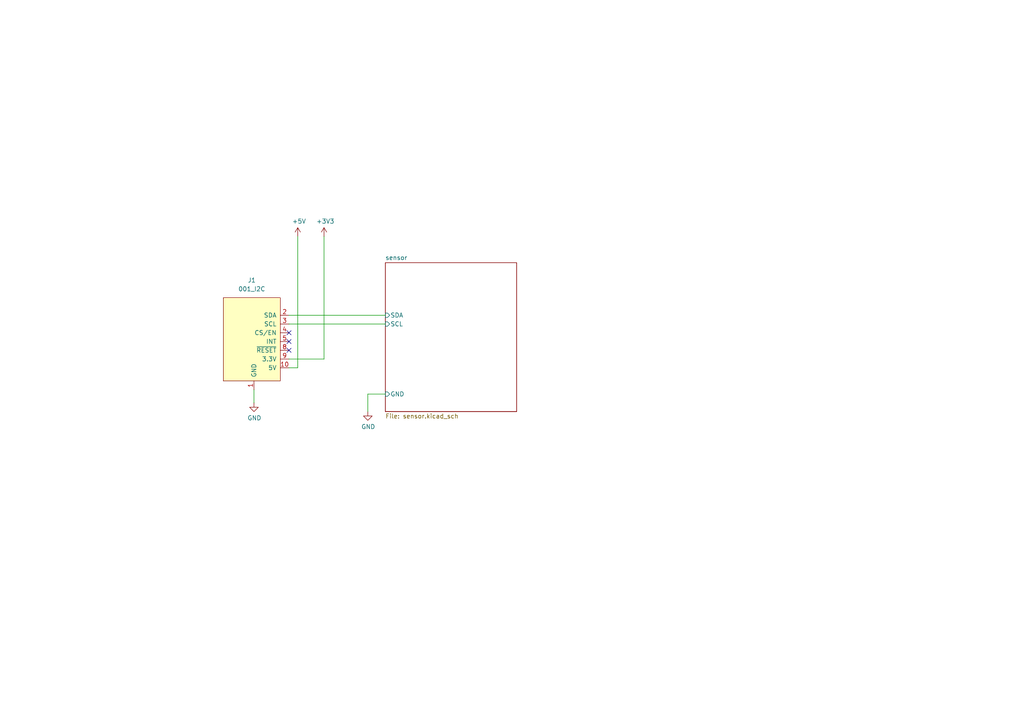
<source format=kicad_sch>
(kicad_sch (version 20211123) (generator eeschema)

  (uuid 712d6a7d-2b62-464f-b745-fd2a6b0187f6)

  (paper "A4")

  (lib_symbols
    (symbol "power:+3.3V" (power) (pin_names (offset 0)) (in_bom yes) (on_board yes)
      (property "Reference" "#PWR" (id 0) (at 0 -3.81 0)
        (effects (font (size 1.27 1.27)) hide)
      )
      (property "Value" "+3.3V" (id 1) (at 0 3.556 0)
        (effects (font (size 1.27 1.27)))
      )
      (property "Footprint" "" (id 2) (at 0 0 0)
        (effects (font (size 1.27 1.27)) hide)
      )
      (property "Datasheet" "" (id 3) (at 0 0 0)
        (effects (font (size 1.27 1.27)) hide)
      )
      (property "ki_keywords" "power-flag" (id 4) (at 0 0 0)
        (effects (font (size 1.27 1.27)) hide)
      )
      (property "ki_description" "Power symbol creates a global label with name \"+3.3V\"" (id 5) (at 0 0 0)
        (effects (font (size 1.27 1.27)) hide)
      )
      (symbol "+3.3V_0_1"
        (polyline
          (pts
            (xy -0.762 1.27)
            (xy 0 2.54)
          )
          (stroke (width 0) (type default) (color 0 0 0 0))
          (fill (type none))
        )
        (polyline
          (pts
            (xy 0 0)
            (xy 0 2.54)
          )
          (stroke (width 0) (type default) (color 0 0 0 0))
          (fill (type none))
        )
        (polyline
          (pts
            (xy 0 2.54)
            (xy 0.762 1.27)
          )
          (stroke (width 0) (type default) (color 0 0 0 0))
          (fill (type none))
        )
      )
      (symbol "+3.3V_1_1"
        (pin power_in line (at 0 0 90) (length 0) hide
          (name "+3V3" (effects (font (size 1.27 1.27))))
          (number "1" (effects (font (size 1.27 1.27))))
        )
      )
    )
    (symbol "power:+5V" (power) (pin_names (offset 0)) (in_bom yes) (on_board yes)
      (property "Reference" "#PWR" (id 0) (at 0 -3.81 0)
        (effects (font (size 1.27 1.27)) hide)
      )
      (property "Value" "+5V" (id 1) (at 0 3.556 0)
        (effects (font (size 1.27 1.27)))
      )
      (property "Footprint" "" (id 2) (at 0 0 0)
        (effects (font (size 1.27 1.27)) hide)
      )
      (property "Datasheet" "" (id 3) (at 0 0 0)
        (effects (font (size 1.27 1.27)) hide)
      )
      (property "ki_keywords" "power-flag" (id 4) (at 0 0 0)
        (effects (font (size 1.27 1.27)) hide)
      )
      (property "ki_description" "Power symbol creates a global label with name \"+5V\"" (id 5) (at 0 0 0)
        (effects (font (size 1.27 1.27)) hide)
      )
      (symbol "+5V_0_1"
        (polyline
          (pts
            (xy -0.762 1.27)
            (xy 0 2.54)
          )
          (stroke (width 0) (type default) (color 0 0 0 0))
          (fill (type none))
        )
        (polyline
          (pts
            (xy 0 0)
            (xy 0 2.54)
          )
          (stroke (width 0) (type default) (color 0 0 0 0))
          (fill (type none))
        )
        (polyline
          (pts
            (xy 0 2.54)
            (xy 0.762 1.27)
          )
          (stroke (width 0) (type default) (color 0 0 0 0))
          (fill (type none))
        )
      )
      (symbol "+5V_1_1"
        (pin power_in line (at 0 0 90) (length 0) hide
          (name "+5V" (effects (font (size 1.27 1.27))))
          (number "1" (effects (font (size 1.27 1.27))))
        )
      )
    )
    (symbol "power:GND" (power) (pin_names (offset 0)) (in_bom yes) (on_board yes)
      (property "Reference" "#PWR" (id 0) (at 0 -6.35 0)
        (effects (font (size 1.27 1.27)) hide)
      )
      (property "Value" "GND" (id 1) (at 0 -3.81 0)
        (effects (font (size 1.27 1.27)))
      )
      (property "Footprint" "" (id 2) (at 0 0 0)
        (effects (font (size 1.27 1.27)) hide)
      )
      (property "Datasheet" "" (id 3) (at 0 0 0)
        (effects (font (size 1.27 1.27)) hide)
      )
      (property "ki_keywords" "power-flag" (id 4) (at 0 0 0)
        (effects (font (size 1.27 1.27)) hide)
      )
      (property "ki_description" "Power symbol creates a global label with name \"GND\" , ground" (id 5) (at 0 0 0)
        (effects (font (size 1.27 1.27)) hide)
      )
      (symbol "GND_0_1"
        (polyline
          (pts
            (xy 0 0)
            (xy 0 -1.27)
            (xy 1.27 -1.27)
            (xy 0 -2.54)
            (xy -1.27 -1.27)
            (xy 0 -1.27)
          )
          (stroke (width 0) (type default) (color 0 0 0 0))
          (fill (type none))
        )
      )
      (symbol "GND_1_1"
        (pin power_in line (at 0 0 270) (length 0) hide
          (name "GND" (effects (font (size 1.27 1.27))))
          (number "1" (effects (font (size 1.27 1.27))))
        )
      )
    )
    (symbol "put_on_edge:001_I2C" (pin_names (offset 1.016)) (in_bom yes) (on_board yes)
      (property "Reference" "J" (id 0) (at -2.54 13.97 0)
        (effects (font (size 1.27 1.27)))
      )
      (property "Value" "001_I2C" (id 1) (at 8.89 13.97 0)
        (effects (font (size 1.27 1.27)))
      )
      (property "Footprint" "" (id 2) (at 7.62 16.51 0)
        (effects (font (size 1.27 1.27)) hide)
      )
      (property "Datasheet" "" (id 3) (at 7.62 16.51 0)
        (effects (font (size 1.27 1.27)) hide)
      )
      (symbol "001_I2C_0_1"
        (rectangle (start -8.89 12.7) (end 7.62 -11.43)
          (stroke (width 0) (type default) (color 0 0 0 0))
          (fill (type background))
        )
      )
      (symbol "001_I2C_1_1"
        (pin power_in line (at -1.27 -13.97 90) (length 2.54)
          (name "GND" (effects (font (size 1.27 1.27))))
          (number "1" (effects (font (size 1.27 1.27))))
        )
        (pin power_in line (at -11.43 -7.62 0) (length 2.54)
          (name "5V" (effects (font (size 1.27 1.27))))
          (number "10" (effects (font (size 1.27 1.27))))
        )
        (pin bidirectional line (at -11.43 7.62 0) (length 2.54)
          (name "SDA" (effects (font (size 1.27 1.27))))
          (number "2" (effects (font (size 1.27 1.27))))
        )
        (pin bidirectional line (at -11.43 5.08 0) (length 2.54)
          (name "SCL" (effects (font (size 1.27 1.27))))
          (number "3" (effects (font (size 1.27 1.27))))
        )
        (pin bidirectional line (at -11.43 2.54 0) (length 2.54)
          (name "CS/EN" (effects (font (size 1.27 1.27))))
          (number "4" (effects (font (size 1.27 1.27))))
        )
        (pin bidirectional line (at -11.43 0 0) (length 2.54)
          (name "INT" (effects (font (size 1.27 1.27))))
          (number "5" (effects (font (size 1.27 1.27))))
        )
        (pin bidirectional line (at -11.43 -2.54 0) (length 2.54)
          (name "~{RESET}" (effects (font (size 1.27 1.27))))
          (number "8" (effects (font (size 1.27 1.27))))
        )
        (pin power_in line (at -11.43 -5.08 0) (length 2.54)
          (name "3.3V" (effects (font (size 1.27 1.27))))
          (number "9" (effects (font (size 1.27 1.27))))
        )
      )
    )
  )


  (no_connect (at 83.82 96.52) (uuid 11cdec55-435f-4b7f-805a-bee9ab2b00ee))
  (no_connect (at 83.82 99.06) (uuid ae0fb5b0-61f7-4d41-b098-4b302ff55bd8))
  (no_connect (at 83.82 101.6) (uuid ae0fb5b0-61f7-4d41-b098-4b302ff55bd8))

  (wire (pts (xy 86.36 68.58) (xy 86.36 106.68))
    (stroke (width 0) (type default) (color 0 0 0 0))
    (uuid 1e1b062d-fad0-427c-a622-c5b8a80b5268)
  )
  (wire (pts (xy 93.98 68.58) (xy 93.98 104.14))
    (stroke (width 0) (type default) (color 0 0 0 0))
    (uuid 30f15357-ce1d-48b9-93dc-7d9b1b2aa048)
  )
  (wire (pts (xy 93.98 104.14) (xy 83.82 104.14))
    (stroke (width 0) (type default) (color 0 0 0 0))
    (uuid 87371631-aa02-498a-998a-09bdb74784c1)
  )
  (wire (pts (xy 111.76 93.98) (xy 83.82 93.98))
    (stroke (width 0) (type default) (color 0 0 0 0))
    (uuid 94c158d1-8503-4553-b511-bf42f506c2a8)
  )
  (wire (pts (xy 111.76 91.44) (xy 83.82 91.44))
    (stroke (width 0) (type default) (color 0 0 0 0))
    (uuid 9ccf03e8-755a-4cd9-96fc-30e1d08fa253)
  )
  (wire (pts (xy 106.68 119.38) (xy 106.68 114.3))
    (stroke (width 0) (type default) (color 0 0 0 0))
    (uuid a690fc6c-55d9-47e6-b533-faa4b67e20f3)
  )
  (wire (pts (xy 106.68 114.3) (xy 111.76 114.3))
    (stroke (width 0) (type default) (color 0 0 0 0))
    (uuid c144caa5-b0d4-4cef-840a-d4ad178a2102)
  )
  (wire (pts (xy 73.66 113.03) (xy 73.66 116.84))
    (stroke (width 0) (type default) (color 0 0 0 0))
    (uuid c70d9ef3-bfeb-47e0-a1e1-9aeba3da7864)
  )
  (wire (pts (xy 86.36 106.68) (xy 83.82 106.68))
    (stroke (width 0) (type default) (color 0 0 0 0))
    (uuid d8603679-3e7b-4337-8dbc-1827f5f54d8a)
  )

  (symbol (lib_id "power:GND") (at 73.66 116.84 0) (unit 1)
    (in_bom yes) (on_board yes)
    (uuid 00000000-0000-0000-0000-0000617ee3e4)
    (property "Reference" "#PWR0101" (id 0) (at 73.66 123.19 0)
      (effects (font (size 1.27 1.27)) hide)
    )
    (property "Value" "GND" (id 1) (at 73.787 121.2342 0))
    (property "Footprint" "" (id 2) (at 73.66 116.84 0)
      (effects (font (size 1.27 1.27)) hide)
    )
    (property "Datasheet" "" (id 3) (at 73.66 116.84 0)
      (effects (font (size 1.27 1.27)) hide)
    )
    (pin "1" (uuid 485f2f0b-adc4-4fd0-914c-e6cdebf32b20))
  )

  (symbol (lib_id "power:+5V") (at 86.36 68.58 0) (unit 1)
    (in_bom yes) (on_board yes)
    (uuid 00000000-0000-0000-0000-0000617f3fc7)
    (property "Reference" "#PWR0105" (id 0) (at 86.36 72.39 0)
      (effects (font (size 1.27 1.27)) hide)
    )
    (property "Value" "+5V" (id 1) (at 86.741 64.1858 0))
    (property "Footprint" "" (id 2) (at 86.36 68.58 0)
      (effects (font (size 1.27 1.27)) hide)
    )
    (property "Datasheet" "" (id 3) (at 86.36 68.58 0)
      (effects (font (size 1.27 1.27)) hide)
    )
    (pin "1" (uuid ae923668-2cb7-47ea-99c5-b6a079045296))
  )

  (symbol (lib_id "power:+3.3V") (at 93.98 68.58 0) (unit 1)
    (in_bom yes) (on_board yes)
    (uuid 00000000-0000-0000-0000-0000617f3fcd)
    (property "Reference" "#PWR0106" (id 0) (at 93.98 72.39 0)
      (effects (font (size 1.27 1.27)) hide)
    )
    (property "Value" "+3.3V" (id 1) (at 94.361 64.1858 0))
    (property "Footprint" "" (id 2) (at 93.98 68.58 0)
      (effects (font (size 1.27 1.27)) hide)
    )
    (property "Datasheet" "" (id 3) (at 93.98 68.58 0)
      (effects (font (size 1.27 1.27)) hide)
    )
    (pin "1" (uuid 48eaa494-0ad3-4e7e-a203-8b82c0c90232))
  )

  (symbol (lib_id "power:GND") (at 106.68 119.38 0) (unit 1)
    (in_bom yes) (on_board yes)
    (uuid 00000000-0000-0000-0000-0000617f4ba7)
    (property "Reference" "#PWR0107" (id 0) (at 106.68 125.73 0)
      (effects (font (size 1.27 1.27)) hide)
    )
    (property "Value" "GND" (id 1) (at 106.807 123.7742 0))
    (property "Footprint" "" (id 2) (at 106.68 119.38 0)
      (effects (font (size 1.27 1.27)) hide)
    )
    (property "Datasheet" "" (id 3) (at 106.68 119.38 0)
      (effects (font (size 1.27 1.27)) hide)
    )
    (pin "1" (uuid 534d87c1-bf1e-4965-ad11-3e2aa081e8e8))
  )

  (symbol (lib_id "put_on_edge:001_I2C") (at 72.39 99.06 0) (mirror y) (unit 1)
    (in_bom yes) (on_board yes) (fields_autoplaced)
    (uuid c83a95be-f351-410b-916d-b5948688be99)
    (property "Reference" "J1" (id 0) (at 73.025 81.28 0))
    (property "Value" "001_I2C" (id 1) (at 73.025 83.82 0))
    (property "Footprint" "on_edge:on_edge_2x05_device" (id 2) (at 64.77 82.55 0)
      (effects (font (size 1.27 1.27)) hide)
    )
    (property "Datasheet" "" (id 3) (at 64.77 82.55 0)
      (effects (font (size 1.27 1.27)) hide)
    )
    (pin "1" (uuid b67db6fb-e010-4837-9b46-419c0d446aba))
    (pin "10" (uuid bb857b3f-cfd2-48ea-8ae4-988435afb17f))
    (pin "2" (uuid 99187cb6-681b-4886-9fc6-864207b7616f))
    (pin "3" (uuid e60f5c1d-c97e-4327-8023-b78c1d20bdfb))
    (pin "4" (uuid 34f20938-82be-4faa-a3bd-ea4ff60955a6))
    (pin "5" (uuid e93f1ff9-82cc-426b-b31b-274f08cc4327))
    (pin "8" (uuid dc463df2-2692-4a08-9d95-1a693251e4f0))
    (pin "9" (uuid 0739a502-7fa1-4e85-8cae-604fd21c9156))
  )

  (sheet (at 111.76 76.2) (size 38.1 43.18) (fields_autoplaced)
    (stroke (width 0) (type solid) (color 0 0 0 0))
    (fill (color 0 0 0 0.0000))
    (uuid 00000000-0000-0000-0000-0000617efafa)
    (property "Sheet name" "sensor" (id 0) (at 111.76 75.4884 0)
      (effects (font (size 1.27 1.27)) (justify left bottom))
    )
    (property "Sheet file" "sensor.kicad_sch" (id 1) (at 111.76 119.9646 0)
      (effects (font (size 1.27 1.27)) (justify left top))
    )
    (pin "GND" input (at 111.76 114.3 180)
      (effects (font (size 1.27 1.27)) (justify left))
      (uuid 81bbc3ff-3938-49ac-8297-ce2bcc9a42bd)
    )
    (pin "SDA" input (at 111.76 91.44 180)
      (effects (font (size 1.27 1.27)) (justify left))
      (uuid 1860e030-7a36-4298-b7fc-a16d48ab15ba)
    )
    (pin "SCL" input (at 111.76 93.98 180)
      (effects (font (size 1.27 1.27)) (justify left))
      (uuid 67f6e996-3c99-493c-8f6f-e739e2ed5d7a)
    )
  )

  (sheet_instances
    (path "/" (page "1"))
    (path "/00000000-0000-0000-0000-0000617efafa" (page "2"))
  )

  (symbol_instances
    (path "/00000000-0000-0000-0000-0000617ee3e4"
      (reference "#PWR0101") (unit 1) (value "GND") (footprint "")
    )
    (path "/00000000-0000-0000-0000-0000617efafa/f42adfe5-2223-4c4a-b9de-5bf6a8c6e384"
      (reference "#PWR0104") (unit 1) (value "GNDREF") (footprint "")
    )
    (path "/00000000-0000-0000-0000-0000617f3fc7"
      (reference "#PWR0105") (unit 1) (value "+5V") (footprint "")
    )
    (path "/00000000-0000-0000-0000-0000617f3fcd"
      (reference "#PWR0106") (unit 1) (value "+3.3V") (footprint "")
    )
    (path "/00000000-0000-0000-0000-0000617f4ba7"
      (reference "#PWR0107") (unit 1) (value "GND") (footprint "")
    )
    (path "/00000000-0000-0000-0000-0000617efafa/4a429a36-ac9b-491e-a32b-6377c5f30555"
      (reference "C1") (unit 1) (value "100nF") (footprint "Capacitor_SMD:C_0603_1608Metric")
    )
    (path "/00000000-0000-0000-0000-0000617efafa/542b7669-e996-4107-b9de-31591867d2a3"
      (reference "C2") (unit 1) (value "10uF") (footprint "Capacitor_SMD:C_0603_1608Metric")
    )
    (path "/c83a95be-f351-410b-916d-b5948688be99"
      (reference "J1") (unit 1) (value "001_I2C") (footprint "on_edge:on_edge_2x05_device")
    )
    (path "/00000000-0000-0000-0000-0000617efafa/98b383ad-c6be-4d55-a803-cafaa3c78bc1"
      (reference "U1") (unit 1) (value "LIS3DHTR") (footprint "Package_LGA:LGA-16_3x3mm_P0.5mm")
    )
  )
)

</source>
